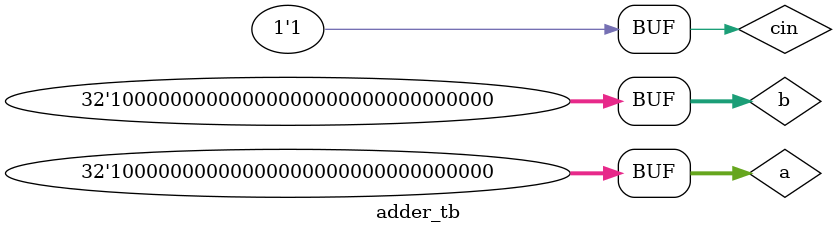
<source format=v>
module adder #(parameter N=8)(input [N-1:0]a,b,input cin,output [N-1:0]s,output cout);
	assign {cout,s} = a + b + cin;
endmodule


module adder_tb;
	parameter N =32;
	reg[N-1:0] a,b;
	reg cin;
	wire[N-1:0] s;
	wire cout;
	
	adder #(N)DUT(.a(a),.b(b),.cin(cin),.s(s),.cout(cout));

	initial
	begin
		a = 10;b=20;cin = 1;			//cout = 0;s = 31
		#10;
		a = 30;b=40;cin = 0;			//cout = 0;s = 70
		#10;
		a = 2147483648;b = 2147483648;cin = 0;//cout = 1,s = 0
		#10;
		a = 2147483648;b = 2147483648;cin = 1;//cout = 1,s = 1
	end
	
endmodule
</source>
